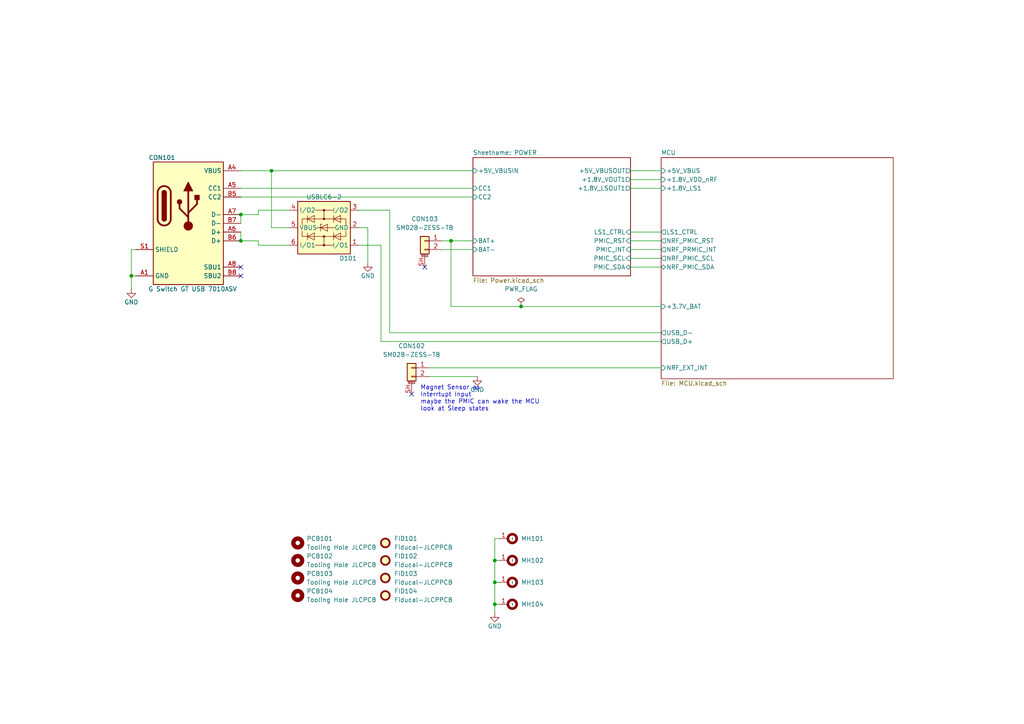
<source format=kicad_sch>
(kicad_sch (version 20231120) (generator "eeschema") (generator_version "8.0")
  (paper "A4")
  (lib_symbols
    (symbol "CON:CON-SM02B-ZESS-TB" (pin_names hide)
      (property "Reference" "CON" (at 0 1.27 0))
      (property "Value" "SM02B-ZESS-TB" (at 0 0 0))
      (symbol "CON-SM02B-ZESS-TB_1_1"
        (rectangle (start -1.27 -3.683) (end 0 -3.937) (stroke (width 0.1524)))
        (rectangle (start -1.27 -1.143) (end 0 -1.397) (stroke (width 0.1524)))
        (rectangle (start -1.27 0) (end 1.27 -5.08) (stroke (width 0.254)) (fill (type background)))
        (polyline (pts (xy -1.016 -5.842) (xy 1.016 -5.842)) (stroke (width 0.1524)))
        (text "SHIELD" (at 0 -5.461 0) (effects (font (size 0.381 0.381))))
        (pin passive line (at -5.08 -1.27 0) (length 3.81) (name "Pin_1") (number "1"))
        (pin passive line (at -5.08 -3.81 0) (length 3.81) (name "Pin_2") (number "2"))
        (pin passive line (at 0 -8.89 90) (length 3.048) (name "MountPin") (number "SH"))
      )
    )
    (symbol "CON:CON-USB-C-G_Switch_GT_USB_7010ASV"
      (property "Reference" "CON" (at -7.62 1.27 0))
      (property "Value" "G Switch GT USB 7010ASV" (at 1.27 -36.83 0))
      (symbol "CON-USB-C-G_Switch_GT_USB_7010ASV_0_1"
        (rectangle (start -10.16 0) (end 10.16 -35.56) (stroke (width 0.254)) (fill (type background)))
        (arc (start -8.89 -16.51) (mid -6.985 -18.4067) (end -5.08 -16.51) (stroke (width 0.508)))
        (arc (start -7.62 -16.51) (mid -6.985 -17.1423) (end -6.35 -16.51) (stroke (width 0.254)))
        (arc (start -7.62 -16.51) (mid -6.985 -17.1423) (end -6.35 -16.51) (stroke (width 0.254)) (fill (type outline)))
        (rectangle (start -7.62 -8.89) (end -6.35 -16.51) (stroke (width 0.254)) (fill (type outline)))
        (arc (start -6.35 -8.89) (mid -6.985 -8.2577) (end -7.62 -8.89) (stroke (width 0.254)))
        (arc (start -6.35 -8.89) (mid -6.985 -8.2577) (end -7.62 -8.89) (stroke (width 0.254)) (fill (type outline)))
        (arc (start -5.08 -8.89) (mid -6.985 -6.9933) (end -8.89 -8.89) (stroke (width 0.508)))
        (circle (center -2.54 -11.557) (radius 0.635) (stroke (width 0.254)) (fill (type outline)))
        (circle (center 0 -18.542) (radius 1.27) (fill (type outline)))
        (polyline (pts (xy -8.89 -16.51) (xy -8.89 -8.89)) (stroke (width 0.508)))
        (polyline (pts (xy -5.08 -8.89) (xy -5.08 -16.51)) (stroke (width 0.508)))
        (polyline (pts (xy 0 -18.542) (xy 0 -8.382)) (stroke (width 0.508)))
        (polyline (pts (xy 0 -16.002) (xy -2.54 -13.462) (xy -2.54 -12.192)) (stroke (width 0.508)))
        (polyline (pts (xy 0 -14.732) (xy 2.54 -12.192) (xy 2.54 -10.922)) (stroke (width 0.508)))
        (polyline (pts (xy -1.27 -8.382) (xy 0 -5.842) (xy 1.27 -8.382) (xy -1.27 -8.382)) (stroke (width 0.254)) (fill (type outline)))
        (rectangle (start 1.905 -10.922) (end 3.175 -9.652) (stroke (width 0.254)) (fill (type outline)))
      )
      (symbol "CON-USB-C-G_Switch_GT_USB_7010ASV_1_1"
        (pin passive line (at -15.24 -33.02 0) (length 5.08) (name "GND") (number "A1"))
        (pin passive line (at -15.24 -33.02 0) (length 5.08) hide (name "GND") (number "A12"))
        (pin passive line (at 15.24 -2.54 180) (length 5.08) (name "VBUS") (number "A4"))
        (pin bidirectional line (at 15.24 -7.62 180) (length 5.08) (name "CC1") (number "A5"))
        (pin bidirectional line (at 15.24 -20.32 180) (length 5.08) (name "D+") (number "A6"))
        (pin bidirectional line (at 15.24 -15.24 180) (length 5.08) (name "D-") (number "A7"))
        (pin bidirectional line (at 15.24 -30.48 180) (length 5.08) (name "SBU1") (number "A8"))
        (pin passive line (at 15.24 -2.54 180) (length 5.08) hide (name "VBUS") (number "A9"))
        (pin passive line (at -15.24 -33.02 0) (length 5.08) hide (name "GND") (number "B1"))
        (pin passive line (at -15.24 -33.02 0) (length 5.08) hide (name "GND") (number "B12"))
        (pin passive line (at 15.24 -2.54 180) (length 5.08) hide (name "VBUS") (number "B4"))
        (pin bidirectional line (at 15.24 -10.16 180) (length 5.08) (name "CC2") (number "B5"))
        (pin bidirectional line (at 15.24 -22.86 180) (length 5.08) (name "D+") (number "B6"))
        (pin bidirectional line (at 15.24 -17.78 180) (length 5.08) (name "D-") (number "B7"))
        (pin bidirectional line (at 15.24 -33.02 180) (length 5.08) (name "SBU2") (number "B8"))
        (pin passive line (at 15.24 -2.54 180) (length 5.08) hide (name "VBUS") (number "B9"))
        (pin passive line (at -15.24 -25.4 0) (length 5.08) (name "SHIELD") (number "S1"))
      )
    )
    (symbol "D_TVS:USBLC6-2SC6"
      (property "Reference" "D" (at -6.985 1.27 0))
      (property "Value" "USBLC6-2" (at 0 -16.51 0))
      (symbol "USBLC6-2SC6_0_1"
        (rectangle (start -7.62 0) (end 7.62 -15.24) (stroke (width 0.254)) (fill (type background)))
        (circle (center 0 -12.7) (radius 0.254) (fill (type outline)))
        (circle (center 0 -10.16) (radius 0.254) (fill (type outline)))
        (circle (center 0 -5.08) (radius 0.254) (fill (type outline)))
        (circle (center 0 -2.54) (radius 0.254) (fill (type outline)))
        (polyline (pts (xy -3.048 -7.62) (xy 1.27 -7.62)))
        (polyline (pts (xy -2.794 -9.144) (xy -2.794 -11.176)))
        (polyline (pts (xy -2.794 -6.096) (xy -2.794 -4.064)))
        (polyline (pts (xy 0 -12.7) (xy -2.54 -12.7)))
        (polyline (pts (xy 0 -2.54) (xy -2.54 -2.54)))
        (polyline (pts (xy 1.27 -7.62) (xy 2.159 -7.62)))
        (polyline (pts (xy 4.826 -9.144) (xy 4.826 -11.176)))
        (polyline (pts (xy 4.826 -6.096) (xy 4.826 -4.064)))
        (polyline (pts (xy 0 -10.16) (xy 0 -12.7) (xy 2.54 -12.7)))
        (polyline (pts (xy 0 -5.08) (xy 0 -2.54) (xy 2.54 -2.54)))
        (polyline (pts (xy -6.35 -6.604) (xy -6.35 -5.08) (xy 6.35 -5.08) (xy 6.35 -6.604)))
        (polyline (pts (xy -4.826 -11.176) (xy -4.826 -9.144) (xy -2.794 -10.16) (xy -4.826 -11.176)))
        (polyline (pts (xy -4.826 -4.064) (xy -4.826 -6.096) (xy -2.794 -5.08) (xy -4.826 -4.064)))
        (polyline (pts (xy -1.016 -8.636) (xy -1.016 -6.604) (xy 1.016 -7.62) (xy -1.016 -8.636)))
        (polyline (pts (xy 1.016 -6.604) (xy 1.016 -6.858) (xy 1.016 -8.636) (xy 0.508 -8.636)))
        (polyline (pts (xy 2.794 -11.176) (xy 2.794 -9.144) (xy 4.826 -10.16) (xy 2.794 -11.176)))
        (polyline (pts (xy 2.794 -4.064) (xy 2.794 -6.096) (xy 4.826 -5.08) (xy 2.794 -4.064)))
        (polyline (pts (xy 6.35 -8.509) (xy 6.35 -10.16) (xy -6.35 -10.16) (xy -6.35 -8.509)))
      )
      (symbol "USBLC6-2SC6_1_1"
        (pin passive line (at -10.16 -2.54 0) (length 2.54) (name "I/O1") (number "1"))
        (pin passive line (at -10.16 -7.62 0) (length 2.54) (name "GND") (number "2"))
        (pin passive line (at -10.16 -12.7 0) (length 2.54) (name "I/O2") (number "3"))
        (pin passive line (at 10.16 -12.7 180) (length 2.54) (name "I/O2") (number "4"))
        (pin passive line (at 10.16 -7.62 180) (length 2.54) (name "VBUS") (number "5"))
        (pin passive line (at 10.16 -2.54 180) (length 2.54) (name "I/O1") (number "6"))
      )
    )
    (symbol "MECH:MH-THT-2.5mm_Pad_Via"
      (property "Reference" "MH" (at 0 3.81 0))
      (symbol "MH-THT-2.5mm_Pad_Via_1_1"
        (circle (center 0 0) (radius 1.27) (stroke (width 0.762)))
        (pin input line (at 0 -3.81 90) (length 2.54) (name "") (number "1"))
      )
    )
    (symbol "PCB:Fiducal-JLCPCB"
      (property "Reference" "FID" (at 3.302 0 0))
      (property "Value" "Fiducal-JLCPPCB" (at 0 4.318 0))
      (symbol "Fiducal-JLCPCB_0_1"
        (circle (center 0 0) (radius 1.27) (stroke (width 0.508)) (fill (type background)))
      )
    )
    (symbol "PCB:ToolingHole-JLCPCB"
      (property "Reference" "PCB" (at 0 3.81 0))
      (property "Value" "Tooling Hole JLCPCB" (at 0 6.35 0))
      (symbol "ToolingHole-JLCPCB_0_1"
        (circle (center 0 0) (radius 1.27) (stroke (width 1.27)))
      )
    )
    (symbol "power:GND" (power) (pin_numbers hide) (pin_names (offset 0) hide)
      (property "Value" "GND" (at 0 -3.81 0))
      (symbol "GND_0_1"
        (polyline (pts (xy 0 0) (xy 0 -1.27) (xy 1.27 -1.27) (xy 0 -2.54) (xy -1.27 -1.27) (xy 0 -1.27)))
      )
      (symbol "GND_1_1"
        (pin power_in line (at 0 0 270) (length 0) (name "~") (number "1"))
      )
    )
    (symbol "power:PWR_FLAG" (power) (pin_numbers hide) (pin_names (offset 0) hide)
      (property "Value" "PWR_FLAG" (at 0 3.81 0))
      (symbol "PWR_FLAG_0_0"
        (pin power_out line (at 0 0 90) (length 0) (name "~") (number "1"))
      )
      (symbol "PWR_FLAG_0_1"
        (polyline (pts (xy 0 0) (xy 0 1.27) (xy -1.016 1.905) (xy 0 2.54) (xy 1.016 1.905) (xy 0 1.27)))
      )
    )
  )
  (junction (at 143.51 162.56))
  (junction (at 78.74 49.53))
  (junction (at 143.51 175.26))
  (junction (at 151.13 88.9))
  (junction (at 69.85 62.23))
  (junction (at 130.81 69.85))
  (junction (at 69.85 69.85))
  (junction (at 143.51 168.91))
  (junction (at 38.1 80.01))
  (no_connect (at 119.38 114.3))
  (no_connect (at 69.85 77.47))
  (no_connect (at 69.85 80.01))
  (no_connect (at 123.19 77.47))
  (wire (pts (xy 143.51 177.8) (xy 143.51 175.26)))
  (wire (pts (xy 182.88 52.07) (xy 191.77 52.07)))
  (wire (pts (xy 113.03 60.96) (xy 113.03 96.52)))
  (wire (pts (xy 143.51 175.26) (xy 143.51 168.91)))
  (wire (pts (xy 74.93 60.96) (xy 83.82 60.96)))
  (wire (pts (xy 130.81 88.9) (xy 151.13 88.9)))
  (wire (pts (xy 128.27 72.39) (xy 137.16 72.39)))
  (wire (pts (xy 182.88 67.31) (xy 191.77 67.31)))
  (wire (pts (xy 128.27 69.85) (xy 130.81 69.85)))
  (wire (pts (xy 144.78 175.26) (xy 143.51 175.26)))
  (wire (pts (xy 69.85 67.31) (xy 69.85 69.85)))
  (wire (pts (xy 106.68 66.04) (xy 106.68 76.2)))
  (wire (pts (xy 113.03 96.52) (xy 191.77 96.52)))
  (wire (pts (xy 110.49 71.12) (xy 104.14 71.12)))
  (wire (pts (xy 74.93 60.96) (xy 74.93 62.23)))
  (wire (pts (xy 78.74 49.53) (xy 137.16 49.53)))
  (wire (pts (xy 74.93 62.23) (xy 69.85 62.23)))
  (wire (pts (xy 39.37 72.39) (xy 38.1 72.39)))
  (wire (pts (xy 69.85 57.15) (xy 137.16 57.15)))
  (wire (pts (xy 143.51 156.21) (xy 143.51 162.56)))
  (wire (pts (xy 104.14 60.96) (xy 113.03 60.96)))
  (wire (pts (xy 182.88 72.39) (xy 191.77 72.39)))
  (wire (pts (xy 78.74 66.04) (xy 78.74 49.53)))
  (wire (pts (xy 69.85 49.53) (xy 78.74 49.53)))
  (wire (pts (xy 144.78 162.56) (xy 143.51 162.56)))
  (wire (pts (xy 69.85 69.85) (xy 74.93 69.85)))
  (wire (pts (xy 182.88 69.85) (xy 191.77 69.85)))
  (wire (pts (xy 130.81 88.9) (xy 130.81 69.85)))
  (wire (pts (xy 143.51 162.56) (xy 143.51 168.91)))
  (wire (pts (xy 106.68 66.04) (xy 104.14 66.04)))
  (wire (pts (xy 182.88 77.47) (xy 191.77 77.47)))
  (wire (pts (xy 144.78 156.21) (xy 143.51 156.21)))
  (wire (pts (xy 74.93 71.12) (xy 83.82 71.12)))
  (wire (pts (xy 182.88 49.53) (xy 191.77 49.53)))
  (wire (pts (xy 69.85 54.61) (xy 137.16 54.61)))
  (wire (pts (xy 182.88 54.61) (xy 191.77 54.61)))
  (wire (pts (xy 110.49 71.12) (xy 110.49 99.06)))
  (wire (pts (xy 191.77 99.06) (xy 110.49 99.06)))
  (wire (pts (xy 38.1 80.01) (xy 39.37 80.01)))
  (wire (pts (xy 138.43 109.22) (xy 124.46 109.22)))
  (wire (pts (xy 74.93 69.85) (xy 74.93 71.12)))
  (wire (pts (xy 151.13 88.9) (xy 191.77 88.9)))
  (wire (pts (xy 38.1 72.39) (xy 38.1 80.01)))
  (wire (pts (xy 124.46 106.68) (xy 191.77 106.68)))
  (wire (pts (xy 130.81 69.85) (xy 137.16 69.85)))
  (wire (pts (xy 144.78 168.91) (xy 143.51 168.91)))
  (wire (pts (xy 38.1 80.01) (xy 38.1 83.82)))
  (wire (pts (xy 69.85 62.23) (xy 69.85 64.77)))
  (wire (pts (xy 182.88 74.93) (xy 191.77 74.93)))
  (wire (pts (xy 83.82 66.04) (xy 78.74 66.04)))
  (text "Magnet Sensor as\nInterrtupt Input\nmaybe the PMIC can wake the MCU\nlook at Sleep states" (at 121.92 119.38 0) (effects (font (size 1.27 1.27)) (justify left bottom)))
  (symbol (lib_id "power:GND") (at 143.51 177.8 0) (unit 1)
    (property "Reference" "#PWR0104" (effects (hide yes)))
    (property "Value" "GND" (at 143.51 181.61 0))
    (property "Description" "Power symbol creates a global label with name \"GND\" , ground" (effects (hide yes)))
  )
  (symbol (lib_id "D_TVS:USBLC6-2SC6") (at 93.98 73.66 180) (unit 1)
    (property "Reference" "D101" (at 100.965 74.93 0))
    (property "Value" "USBLC6-2" (at 93.98 57.15 0))
    (property "Footprint" "Package_TO_SOT_SMD:SOT-23-6" (effects (hide yes)))
    (property "Datasheet" "${KICAD_DATASHEET}/usblc6-2.pdf" (effects (hide yes)))
    (property "Description" "ESD-Entstörer/TVS-Dioden ESD Protection Low Cap, Unidirectional" (effects (hide yes)))
    (property "LCSC Part #" "C7519" (effects (hide yes)))
  )
  (symbol (lib_id "power:GND") (at 38.1 83.82 0) (unit 1)
    (property "Reference" "#PWR0101" (effects (hide yes)))
    (property "Value" "GND" (at 38.1 87.63 0))
    (property "Description" "Power symbol creates a global label with name \"GND\" , ground" (effects (hide yes)))
  )
  (symbol (lib_id "MECH:MH-THT-2.5mm_Pad_Via") (at 148.59 156.21 270) (unit 1)
    (property "Reference" "MH101" (at 151.13 156.2099 90) (effects (justify left)))
    (property "Value" "~" (at 148.59 156.21 0))
    (property "Footprint" "MountingHole:MountingHole_2.5mm_Pad_Via" (effects (hide yes)))
  )
  (symbol (lib_id "PCB:Fiducal-JLCPCB") (at 111.76 162.56 0) (unit 1)
    (property "Reference" "FID102" (at 114.3 161.2899 0) (effects (justify left)))
    (property "Value" "Fiducal-JLCPPCB" (at 114.3 163.8299 0) (effects (justify left)))
    (property "Footprint" "PCB:Fiducal-JLCPCB" (effects (hide yes)))
  )
  (symbol (lib_id "PCB:ToolingHole-JLCPCB") (at 86.36 172.72 0) (unit 1)
    (property "Reference" "PCB104" (at 88.9 171.4499 0) (effects (justify left)))
    (property "Value" "Tooling Hole JLCPCB" (at 88.9 173.9899 0) (effects (justify left)))
    (property "Footprint" "PCB:PCB-NPTH-JLCPCB" (effects (hide yes)))
  )
  (symbol (lib_id "power:PWR_FLAG") (at 151.13 88.9 0) (unit 1)
    (property "Reference" "#FLG0101" (effects (hide yes)))
    (property "Value" "PWR_FLAG" (at 151.13 83.82 0))
    (property "Description" "Special symbol for telling ERC where power comes from" (effects (hide yes)))
  )
  (symbol (lib_id "CON:CON-USB-C-G_Switch_GT_USB_7010ASV") (at 54.61 46.99 0) (unit 1)
    (property "Reference" "CON101" (at 46.99 45.72 0))
    (property "Value" "G Switch GT USB 7010ASV" (at 55.88 83.82 0))
    (property "Footprint" "CON:CON-GEN-USB_C-16P" (effects (hide yes)))
    (property "Datasheet" "${KICAD_DATASHEET}/G-Switch-GT-USB-7010ASV.pdf" (effects (hide yes)))
    (property "LCSC Part #" "C2988369" (effects (hide yes)))
  )
  (symbol (lib_id "power:GND") (at 138.43 109.22 0) (unit 1)
    (property "Reference" "#PWR0103" (effects (hide yes)))
    (property "Value" "GND" (at 138.43 113.03 0))
    (property "Description" "Power symbol creates a global label with name \"GND\" , ground" (effects (hide yes)))
  )
  (symbol (lib_id "PCB:Fiducal-JLCPCB") (at 111.76 157.48 0) (unit 1)
    (property "Reference" "FID101" (at 114.3 156.2099 0) (effects (justify left)))
    (property "Value" "Fiducal-JLCPPCB" (at 114.3 158.7499 0) (effects (justify left)))
    (property "Footprint" "PCB:Fiducal-JLCPCB" (effects (hide yes)))
  )
  (symbol (lib_id "PCB:ToolingHole-JLCPCB") (at 86.36 162.56 0) (unit 1)
    (property "Reference" "PCB102" (at 88.9 161.2899 0) (effects (justify left)))
    (property "Value" "Tooling Hole JLCPCB" (at 88.9 163.8299 0) (effects (justify left)))
    (property "Footprint" "PCB:PCB-NPTH-JLCPCB" (effects (hide yes)))
  )
  (symbol (lib_id "CON:CON-SM02B-ZESS-TB") (at 123.19 68.58 0) (mirror y) (unit 1)
    (property "Reference" "CON103" (at 123.19 63.5 0))
    (property "Value" "SM02B-ZESS-TB" (at 123.19 66.04 0))
    (property "Footprint" "CON:CON-SM02B-ZESS_TB" (effects (hide yes)))
    (property "Datasheet" "${KICAD_DATASHEET}/JST_CON_ZE.pdf" (effects (hide yes)))
    (property "Description" "2-Pin JST ZE Connector, max. 2A" (effects (hide yes)))
  )
  (symbol (lib_id "PCB:Fiducal-JLCPCB") (at 111.76 172.72 0) (unit 1)
    (property "Reference" "FID104" (at 114.3 171.4499 0) (effects (justify left)))
    (property "Value" "Fiducal-JLCPPCB" (at 114.3 173.9899 0) (effects (justify left)))
    (property "Footprint" "PCB:Fiducal-JLCPCB" (effects (hide yes)))
  )
  (symbol (lib_id "MECH:MH-THT-2.5mm_Pad_Via") (at 148.59 162.56 270) (unit 1)
    (property "Reference" "MH102" (at 151.13 162.5599 90) (effects (justify left)))
    (property "Value" "~" (at 148.59 162.56 0))
    (property "Footprint" "MountingHole:MountingHole_2.5mm_Pad_Via" (effects (hide yes)))
  )
  (symbol (lib_id "power:GND") (at 106.68 76.2 0) (unit 1)
    (property "Reference" "#PWR0102" (effects (hide yes)))
    (property "Value" "GND" (at 106.68 80.01 0))
    (property "Description" "Power symbol creates a global label with name \"GND\" , ground" (effects (hide yes)))
  )
  (symbol (lib_id "MECH:MH-THT-2.5mm_Pad_Via") (at 148.59 168.91 270) (unit 1)
    (property "Reference" "MH103" (at 151.13 168.9099 90) (effects (justify left)))
    (property "Value" "~" (at 148.59 168.91 0))
    (property "Footprint" "MountingHole:MountingHole_2.5mm_Pad_Via" (effects (hide yes)))
  )
  (symbol (lib_id "PCB:ToolingHole-JLCPCB") (at 86.36 167.64 0) (unit 1)
    (property "Reference" "PCB103" (at 88.9 166.3699 0) (effects (justify left)))
    (property "Value" "Tooling Hole JLCPCB" (at 88.9 168.9099 0) (effects (justify left)))
    (property "Footprint" "PCB:PCB-NPTH-JLCPCB" (effects (hide yes)))
  )
  (symbol (lib_id "CON:CON-SM02B-ZESS-TB") (at 119.38 105.41 0) (mirror y) (unit 1)
    (property "Reference" "CON102" (at 119.38 100.33 0))
    (property "Value" "SM02B-ZESS-TB" (at 119.38 102.87 0))
    (property "Footprint" "CON:CON-SM02B-ZESS_TB" (effects (hide yes)))
    (property "Datasheet" "${KICAD_DATASHEET}/JST_CON_ZE.pdf" (effects (hide yes)))
    (property "Description" "2-Pin JST ZE Connector, max. 2A" (effects (hide yes)))
  )
  (symbol (lib_id "MECH:MH-THT-2.5mm_Pad_Via") (at 148.59 175.26 270) (unit 1)
    (property "Reference" "MH104" (at 151.13 175.2599 90) (effects (justify left)))
    (property "Value" "~" (at 148.59 175.26 0))
    (property "Footprint" "MountingHole:MountingHole_2.5mm_Pad_Via" (effects (hide yes)))
  )
  (symbol (lib_id "PCB:ToolingHole-JLCPCB") (at 86.36 157.48 0) (unit 1)
    (property "Reference" "PCB101" (at 88.9 156.2099 0) (effects (justify left)))
    (property "Value" "Tooling Hole JLCPCB" (at 88.9 158.7499 0) (effects (justify left)))
    (property "Footprint" "PCB:PCB-NPTH-JLCPCB" (effects (hide yes)))
  )
  (symbol (lib_id "PCB:Fiducal-JLCPCB") (at 111.76 167.64 0) (unit 1)
    (property "Reference" "FID103" (at 114.3 166.3699 0) (effects (justify left)))
    (property "Value" "Fiducal-JLCPPCB" (at 114.3 168.9099 0) (effects (justify left)))
    (property "Footprint" "PCB:Fiducal-JLCPCB" (effects (hide yes)))
  )
  (sheet (at 191.77 45.72) (size 67.31 64.135) (stroke (width 0.1524))
    (property "Sheetname" "MCU" (at 191.77 45.0084 0) (effects (justify left bottom)))
    (property "Sheetfile" "MCU.kicad_sch" (at 191.77 110.4396 0) (effects (justify left top)))
    (pin "NRF_PRMIC_INT" output (at 191.77 72.39 180))
    (pin "USB_D-" output (at 191.77 96.52 180))
    (pin "USB_D+" output (at 191.77 99.06 180))
    (pin "NRF_PMIC_RST" output (at 191.77 69.85 180))
    (pin "LS1_CTRL" output (at 191.77 67.31 180))
    (pin "+1.8V_LS1" input (at 191.77 54.61 180))
    (pin "+1.8V_VDD_nRF" input (at 191.77 52.07 180))
    (pin "+5V_VBUS" input (at 191.77 49.53 180))
    (pin "+3.7V_BAT" input (at 191.77 88.9 180))
    (pin "NRF_EXT_INT" input (at 191.77 106.68 180))
    (pin "NRF_PMIC_SCL" output (at 191.77 74.93 180))
    (pin "NRF_PMIC_SDA" bidirectional (at 191.77 77.47 180))
  )
  (sheet (at 137.16 45.72) (size 45.72 34.29) (stroke (width 0.1524))
    (property "Sheetname" "POWER" (at 137.16 45.0084 0) (show_name yes) (effects (justify left bottom)))
    (property "Sheetfile" "Power.kicad_sch" (at 137.16 80.5946 0) (effects (justify left top)))
    (pin "BAT+" input (at 137.16 69.85 180))
    (pin "BAT-" input (at 137.16 72.39 180))
    (pin "CC2" input (at 137.16 57.15 180))
    (pin "CC1" input (at 137.16 54.61 180))
    (pin "PMIC_SCL" input (at 182.88 74.93 0))
    (pin "PMIC_SDA" bidirectional (at 182.88 77.47 0))
    (pin "PMIC_RST" input (at 182.88 69.85 0))
    (pin "PMIC_INT" input (at 182.88 72.39 0))
    (pin "LS1_CTRL" input (at 182.88 67.31 0))
    (pin "+5V_VBUSIN" input (at 137.16 49.53 180))
    (pin "+5V_VBUSOUT" output (at 182.88 49.53 0))
    (pin "+1.8V_VOUT1" output (at 182.88 52.07 0))
    (pin "+1.8V_LSOUT1" output (at 182.88 54.61 0))
  )
)
</source>
